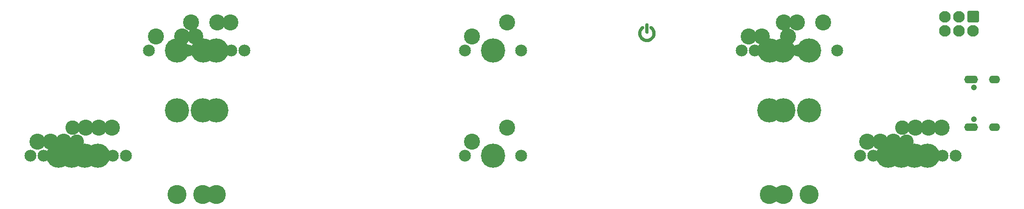
<source format=gbr>
G04 #@! TF.GenerationSoftware,KiCad,Pcbnew,(5.1.10)-1*
G04 #@! TF.CreationDate,2021-06-23T21:24:03+07:00*
G04 #@! TF.ProjectId,uso!VNC,75736f21-564e-4432-9e6b-696361645f70,rev?*
G04 #@! TF.SameCoordinates,Original*
G04 #@! TF.FileFunction,Soldermask,Top*
G04 #@! TF.FilePolarity,Negative*
%FSLAX45Y45*%
G04 Gerber Fmt 4.5, Leading zero omitted, Abs format (unit mm)*
G04 Created by KiCad (PCBNEW (5.1.10)-1) date 2021-06-23 21:24:03*
%MOMM*%
%LPD*%
G01*
G04 APERTURE LIST*
%ADD10C,0.010000*%
%ADD11C,2.900000*%
%ADD12C,4.387800*%
%ADD13C,2.150000*%
%ADD14C,2.100000*%
%ADD15C,3.448000*%
%ADD16O,2.000000X1.400000*%
%ADD17O,2.500000X1.400000*%
%ADD18C,1.050000*%
%ADD19C,2.600000*%
G04 APERTURE END LIST*
D10*
G36*
X25633889Y-18553244D02*
G01*
X25629698Y-18554390D01*
X25628572Y-18554846D01*
X25624259Y-18557308D01*
X25620409Y-18560597D01*
X25617220Y-18564494D01*
X25614890Y-18568783D01*
X25614222Y-18570626D01*
X25614049Y-18571209D01*
X25613894Y-18571820D01*
X25613757Y-18572522D01*
X25613636Y-18573379D01*
X25613530Y-18574454D01*
X25613439Y-18575813D01*
X25613360Y-18577518D01*
X25613295Y-18579633D01*
X25613240Y-18582224D01*
X25613195Y-18585352D01*
X25613160Y-18589083D01*
X25613133Y-18593480D01*
X25613114Y-18598606D01*
X25613100Y-18604527D01*
X25613092Y-18611306D01*
X25613088Y-18619006D01*
X25613087Y-18627693D01*
X25613088Y-18637428D01*
X25613089Y-18642062D01*
X25613096Y-18652937D01*
X25613112Y-18663007D01*
X25613138Y-18672238D01*
X25613172Y-18680599D01*
X25613215Y-18688057D01*
X25613266Y-18694580D01*
X25613325Y-18700135D01*
X25613392Y-18704689D01*
X25613466Y-18708210D01*
X25613547Y-18710667D01*
X25613636Y-18712025D01*
X25613668Y-18712232D01*
X25615035Y-18716310D01*
X25617253Y-18720137D01*
X25620063Y-18723540D01*
X25623186Y-18726546D01*
X25626233Y-18728712D01*
X25629547Y-18730260D01*
X25631301Y-18730840D01*
X25634581Y-18731486D01*
X25638359Y-18731725D01*
X25642171Y-18731560D01*
X25645551Y-18730997D01*
X25646629Y-18730679D01*
X25651344Y-18728465D01*
X25655507Y-18725348D01*
X25658991Y-18721480D01*
X25661668Y-18717018D01*
X25663409Y-18712117D01*
X25663857Y-18709783D01*
X25663946Y-18708573D01*
X25664027Y-18706314D01*
X25664101Y-18703098D01*
X25664168Y-18699015D01*
X25664227Y-18694157D01*
X25664278Y-18688615D01*
X25664322Y-18682481D01*
X25664359Y-18675847D01*
X25664388Y-18668803D01*
X25664409Y-18661441D01*
X25664423Y-18653853D01*
X25664430Y-18646130D01*
X25664429Y-18638364D01*
X25664421Y-18630645D01*
X25664406Y-18623066D01*
X25664383Y-18615718D01*
X25664353Y-18608691D01*
X25664315Y-18602079D01*
X25664270Y-18595971D01*
X25664217Y-18590460D01*
X25664157Y-18585637D01*
X25664090Y-18581593D01*
X25664015Y-18578420D01*
X25663933Y-18576210D01*
X25663848Y-18575077D01*
X25662553Y-18569930D01*
X25660282Y-18565233D01*
X25657149Y-18561105D01*
X25653269Y-18557665D01*
X25648759Y-18555029D01*
X25643732Y-18553316D01*
X25642334Y-18553033D01*
X25638267Y-18552770D01*
X25633889Y-18553244D01*
G37*
X25633889Y-18553244D02*
X25629698Y-18554390D01*
X25628572Y-18554846D01*
X25624259Y-18557308D01*
X25620409Y-18560597D01*
X25617220Y-18564494D01*
X25614890Y-18568783D01*
X25614222Y-18570626D01*
X25614049Y-18571209D01*
X25613894Y-18571820D01*
X25613757Y-18572522D01*
X25613636Y-18573379D01*
X25613530Y-18574454D01*
X25613439Y-18575813D01*
X25613360Y-18577518D01*
X25613295Y-18579633D01*
X25613240Y-18582224D01*
X25613195Y-18585352D01*
X25613160Y-18589083D01*
X25613133Y-18593480D01*
X25613114Y-18598606D01*
X25613100Y-18604527D01*
X25613092Y-18611306D01*
X25613088Y-18619006D01*
X25613087Y-18627693D01*
X25613088Y-18637428D01*
X25613089Y-18642062D01*
X25613096Y-18652937D01*
X25613112Y-18663007D01*
X25613138Y-18672238D01*
X25613172Y-18680599D01*
X25613215Y-18688057D01*
X25613266Y-18694580D01*
X25613325Y-18700135D01*
X25613392Y-18704689D01*
X25613466Y-18708210D01*
X25613547Y-18710667D01*
X25613636Y-18712025D01*
X25613668Y-18712232D01*
X25615035Y-18716310D01*
X25617253Y-18720137D01*
X25620063Y-18723540D01*
X25623186Y-18726546D01*
X25626233Y-18728712D01*
X25629547Y-18730260D01*
X25631301Y-18730840D01*
X25634581Y-18731486D01*
X25638359Y-18731725D01*
X25642171Y-18731560D01*
X25645551Y-18730997D01*
X25646629Y-18730679D01*
X25651344Y-18728465D01*
X25655507Y-18725348D01*
X25658991Y-18721480D01*
X25661668Y-18717018D01*
X25663409Y-18712117D01*
X25663857Y-18709783D01*
X25663946Y-18708573D01*
X25664027Y-18706314D01*
X25664101Y-18703098D01*
X25664168Y-18699015D01*
X25664227Y-18694157D01*
X25664278Y-18688615D01*
X25664322Y-18682481D01*
X25664359Y-18675847D01*
X25664388Y-18668803D01*
X25664409Y-18661441D01*
X25664423Y-18653853D01*
X25664430Y-18646130D01*
X25664429Y-18638364D01*
X25664421Y-18630645D01*
X25664406Y-18623066D01*
X25664383Y-18615718D01*
X25664353Y-18608691D01*
X25664315Y-18602079D01*
X25664270Y-18595971D01*
X25664217Y-18590460D01*
X25664157Y-18585637D01*
X25664090Y-18581593D01*
X25664015Y-18578420D01*
X25663933Y-18576210D01*
X25663848Y-18575077D01*
X25662553Y-18569930D01*
X25660282Y-18565233D01*
X25657149Y-18561105D01*
X25653269Y-18557665D01*
X25648759Y-18555029D01*
X25643732Y-18553316D01*
X25642334Y-18553033D01*
X25638267Y-18552770D01*
X25633889Y-18553244D01*
G36*
X25555794Y-18604850D02*
G01*
X25550977Y-18606574D01*
X25548468Y-18608001D01*
X25545356Y-18610158D01*
X25541797Y-18612920D01*
X25537942Y-18616161D01*
X25533948Y-18619757D01*
X25529966Y-18623581D01*
X25529427Y-18624119D01*
X25522433Y-18631519D01*
X25516300Y-18638889D01*
X25510816Y-18646519D01*
X25505773Y-18654703D01*
X25500958Y-18663733D01*
X25500917Y-18663816D01*
X25495606Y-18675728D01*
X25491359Y-18688001D01*
X25488183Y-18700561D01*
X25486086Y-18713338D01*
X25485076Y-18726258D01*
X25485159Y-18739250D01*
X25486344Y-18752241D01*
X25488638Y-18765158D01*
X25489867Y-18770286D01*
X25492997Y-18780622D01*
X25497063Y-18791133D01*
X25501941Y-18801570D01*
X25507506Y-18811687D01*
X25513634Y-18821236D01*
X25519249Y-18828792D01*
X25521940Y-18831972D01*
X25525276Y-18835619D01*
X25529011Y-18839489D01*
X25532899Y-18843334D01*
X25536693Y-18846910D01*
X25540149Y-18849969D01*
X25541726Y-18851271D01*
X25551003Y-18858089D01*
X25560995Y-18864337D01*
X25571498Y-18869919D01*
X25582309Y-18874737D01*
X25593222Y-18878694D01*
X25604036Y-18881694D01*
X25607081Y-18882362D01*
X25614858Y-18883725D01*
X25623121Y-18884741D01*
X25631515Y-18885386D01*
X25639687Y-18885636D01*
X25647284Y-18885466D01*
X25649652Y-18885310D01*
X25661680Y-18883904D01*
X25673427Y-18881568D01*
X25684859Y-18878358D01*
X25697321Y-18873791D01*
X25709194Y-18868270D01*
X25720439Y-18861840D01*
X25731020Y-18854545D01*
X25740898Y-18846431D01*
X25750036Y-18837543D01*
X25758395Y-18827925D01*
X25765937Y-18817623D01*
X25772626Y-18806683D01*
X25778422Y-18795148D01*
X25783289Y-18783065D01*
X25787188Y-18770478D01*
X25790081Y-18757432D01*
X25790959Y-18752021D01*
X25791418Y-18747878D01*
X25791743Y-18742887D01*
X25791934Y-18737333D01*
X25791989Y-18731502D01*
X25791909Y-18725679D01*
X25791695Y-18720150D01*
X25791346Y-18715200D01*
X25790968Y-18711845D01*
X25788577Y-18698673D01*
X25785124Y-18685859D01*
X25780633Y-18673458D01*
X25775126Y-18661527D01*
X25768626Y-18650121D01*
X25761159Y-18639295D01*
X25759842Y-18637578D01*
X25756684Y-18633736D01*
X25753059Y-18629691D01*
X25749111Y-18625579D01*
X25744986Y-18621532D01*
X25740829Y-18617683D01*
X25736785Y-18614168D01*
X25732998Y-18611119D01*
X25729615Y-18608669D01*
X25726778Y-18606952D01*
X25726376Y-18606750D01*
X25721411Y-18604954D01*
X25716261Y-18604215D01*
X25711100Y-18604518D01*
X25706102Y-18605844D01*
X25701442Y-18608176D01*
X25699695Y-18609399D01*
X25697242Y-18611716D01*
X25694832Y-18614749D01*
X25692744Y-18618100D01*
X25691257Y-18621369D01*
X25691179Y-18621596D01*
X25690150Y-18626343D01*
X25690066Y-18631379D01*
X25690886Y-18636413D01*
X25692572Y-18641154D01*
X25694220Y-18644105D01*
X25695521Y-18645735D01*
X25697412Y-18647697D01*
X25699558Y-18649652D01*
X25700370Y-18650323D01*
X25703618Y-18653084D01*
X25707215Y-18656417D01*
X25710941Y-18660096D01*
X25714579Y-18663895D01*
X25717911Y-18667589D01*
X25720718Y-18670953D01*
X25722239Y-18672967D01*
X25727053Y-18680531D01*
X25731339Y-18688851D01*
X25734960Y-18697609D01*
X25737781Y-18706490D01*
X25739214Y-18712637D01*
X25739983Y-18717636D01*
X25740520Y-18723364D01*
X25740811Y-18729429D01*
X25740838Y-18735438D01*
X25740589Y-18741000D01*
X25740384Y-18743239D01*
X25738667Y-18753717D01*
X25735865Y-18763913D01*
X25732013Y-18773756D01*
X25727149Y-18783170D01*
X25721307Y-18792083D01*
X25714526Y-18800421D01*
X25709262Y-18805853D01*
X25701445Y-18812598D01*
X25692866Y-18818580D01*
X25683675Y-18823723D01*
X25674023Y-18827951D01*
X25664059Y-18831189D01*
X25655313Y-18833131D01*
X25651873Y-18833583D01*
X25647637Y-18833913D01*
X25642905Y-18834118D01*
X25637975Y-18834195D01*
X25633146Y-18834142D01*
X25628719Y-18833955D01*
X25624992Y-18833631D01*
X25623634Y-18833442D01*
X25612949Y-18831151D01*
X25602683Y-18827841D01*
X25592900Y-18823556D01*
X25583668Y-18818340D01*
X25575051Y-18812237D01*
X25567116Y-18805288D01*
X25559929Y-18797539D01*
X25553555Y-18789033D01*
X25551413Y-18785697D01*
X25549443Y-18782254D01*
X25547313Y-18778132D01*
X25545205Y-18773716D01*
X25543300Y-18769389D01*
X25541779Y-18765534D01*
X25541451Y-18764606D01*
X25538607Y-18754530D01*
X25536844Y-18744227D01*
X25536151Y-18733801D01*
X25536518Y-18723360D01*
X25537933Y-18713008D01*
X25540386Y-18702851D01*
X25543867Y-18692996D01*
X25548363Y-18683548D01*
X25550003Y-18680648D01*
X25554593Y-18673462D01*
X25559568Y-18666924D01*
X25565147Y-18660781D01*
X25571550Y-18654777D01*
X25574154Y-18652555D01*
X25576651Y-18650400D01*
X25578996Y-18648247D01*
X25580964Y-18646312D01*
X25582326Y-18644813D01*
X25582559Y-18644514D01*
X25584828Y-18640558D01*
X25586381Y-18636021D01*
X25587150Y-18631238D01*
X25587069Y-18626545D01*
X25586593Y-18623938D01*
X25584764Y-18618878D01*
X25582107Y-18614459D01*
X25578748Y-18610744D01*
X25574811Y-18607792D01*
X25570422Y-18605666D01*
X25565706Y-18604427D01*
X25560788Y-18604134D01*
X25555794Y-18604850D01*
G37*
X25555794Y-18604850D02*
X25550977Y-18606574D01*
X25548468Y-18608001D01*
X25545356Y-18610158D01*
X25541797Y-18612920D01*
X25537942Y-18616161D01*
X25533948Y-18619757D01*
X25529966Y-18623581D01*
X25529427Y-18624119D01*
X25522433Y-18631519D01*
X25516300Y-18638889D01*
X25510816Y-18646519D01*
X25505773Y-18654703D01*
X25500958Y-18663733D01*
X25500917Y-18663816D01*
X25495606Y-18675728D01*
X25491359Y-18688001D01*
X25488183Y-18700561D01*
X25486086Y-18713338D01*
X25485076Y-18726258D01*
X25485159Y-18739250D01*
X25486344Y-18752241D01*
X25488638Y-18765158D01*
X25489867Y-18770286D01*
X25492997Y-18780622D01*
X25497063Y-18791133D01*
X25501941Y-18801570D01*
X25507506Y-18811687D01*
X25513634Y-18821236D01*
X25519249Y-18828792D01*
X25521940Y-18831972D01*
X25525276Y-18835619D01*
X25529011Y-18839489D01*
X25532899Y-18843334D01*
X25536693Y-18846910D01*
X25540149Y-18849969D01*
X25541726Y-18851271D01*
X25551003Y-18858089D01*
X25560995Y-18864337D01*
X25571498Y-18869919D01*
X25582309Y-18874737D01*
X25593222Y-18878694D01*
X25604036Y-18881694D01*
X25607081Y-18882362D01*
X25614858Y-18883725D01*
X25623121Y-18884741D01*
X25631515Y-18885386D01*
X25639687Y-18885636D01*
X25647284Y-18885466D01*
X25649652Y-18885310D01*
X25661680Y-18883904D01*
X25673427Y-18881568D01*
X25684859Y-18878358D01*
X25697321Y-18873791D01*
X25709194Y-18868270D01*
X25720439Y-18861840D01*
X25731020Y-18854545D01*
X25740898Y-18846431D01*
X25750036Y-18837543D01*
X25758395Y-18827925D01*
X25765937Y-18817623D01*
X25772626Y-18806683D01*
X25778422Y-18795148D01*
X25783289Y-18783065D01*
X25787188Y-18770478D01*
X25790081Y-18757432D01*
X25790959Y-18752021D01*
X25791418Y-18747878D01*
X25791743Y-18742887D01*
X25791934Y-18737333D01*
X25791989Y-18731502D01*
X25791909Y-18725679D01*
X25791695Y-18720150D01*
X25791346Y-18715200D01*
X25790968Y-18711845D01*
X25788577Y-18698673D01*
X25785124Y-18685859D01*
X25780633Y-18673458D01*
X25775126Y-18661527D01*
X25768626Y-18650121D01*
X25761159Y-18639295D01*
X25759842Y-18637578D01*
X25756684Y-18633736D01*
X25753059Y-18629691D01*
X25749111Y-18625579D01*
X25744986Y-18621532D01*
X25740829Y-18617683D01*
X25736785Y-18614168D01*
X25732998Y-18611119D01*
X25729615Y-18608669D01*
X25726778Y-18606952D01*
X25726376Y-18606750D01*
X25721411Y-18604954D01*
X25716261Y-18604215D01*
X25711100Y-18604518D01*
X25706102Y-18605844D01*
X25701442Y-18608176D01*
X25699695Y-18609399D01*
X25697242Y-18611716D01*
X25694832Y-18614749D01*
X25692744Y-18618100D01*
X25691257Y-18621369D01*
X25691179Y-18621596D01*
X25690150Y-18626343D01*
X25690066Y-18631379D01*
X25690886Y-18636413D01*
X25692572Y-18641154D01*
X25694220Y-18644105D01*
X25695521Y-18645735D01*
X25697412Y-18647697D01*
X25699558Y-18649652D01*
X25700370Y-18650323D01*
X25703618Y-18653084D01*
X25707215Y-18656417D01*
X25710941Y-18660096D01*
X25714579Y-18663895D01*
X25717911Y-18667589D01*
X25720718Y-18670953D01*
X25722239Y-18672967D01*
X25727053Y-18680531D01*
X25731339Y-18688851D01*
X25734960Y-18697609D01*
X25737781Y-18706490D01*
X25739214Y-18712637D01*
X25739983Y-18717636D01*
X25740520Y-18723364D01*
X25740811Y-18729429D01*
X25740838Y-18735438D01*
X25740589Y-18741000D01*
X25740384Y-18743239D01*
X25738667Y-18753717D01*
X25735865Y-18763913D01*
X25732013Y-18773756D01*
X25727149Y-18783170D01*
X25721307Y-18792083D01*
X25714526Y-18800421D01*
X25709262Y-18805853D01*
X25701445Y-18812598D01*
X25692866Y-18818580D01*
X25683675Y-18823723D01*
X25674023Y-18827951D01*
X25664059Y-18831189D01*
X25655313Y-18833131D01*
X25651873Y-18833583D01*
X25647637Y-18833913D01*
X25642905Y-18834118D01*
X25637975Y-18834195D01*
X25633146Y-18834142D01*
X25628719Y-18833955D01*
X25624992Y-18833631D01*
X25623634Y-18833442D01*
X25612949Y-18831151D01*
X25602683Y-18827841D01*
X25592900Y-18823556D01*
X25583668Y-18818340D01*
X25575051Y-18812237D01*
X25567116Y-18805288D01*
X25559929Y-18797539D01*
X25553555Y-18789033D01*
X25551413Y-18785697D01*
X25549443Y-18782254D01*
X25547313Y-18778132D01*
X25545205Y-18773716D01*
X25543300Y-18769389D01*
X25541779Y-18765534D01*
X25541451Y-18764606D01*
X25538607Y-18754530D01*
X25536844Y-18744227D01*
X25536151Y-18733801D01*
X25536518Y-18723360D01*
X25537933Y-18713008D01*
X25540386Y-18702851D01*
X25543867Y-18692996D01*
X25548363Y-18683548D01*
X25550003Y-18680648D01*
X25554593Y-18673462D01*
X25559568Y-18666924D01*
X25565147Y-18660781D01*
X25571550Y-18654777D01*
X25574154Y-18652555D01*
X25576651Y-18650400D01*
X25578996Y-18648247D01*
X25580964Y-18646312D01*
X25582326Y-18644813D01*
X25582559Y-18644514D01*
X25584828Y-18640558D01*
X25586381Y-18636021D01*
X25587150Y-18631238D01*
X25587069Y-18626545D01*
X25586593Y-18623938D01*
X25584764Y-18618878D01*
X25582107Y-18614459D01*
X25578748Y-18610744D01*
X25574811Y-18607792D01*
X25570422Y-18605666D01*
X25565706Y-18604427D01*
X25560788Y-18604134D01*
X25555794Y-18604850D01*
D11*
X30734128Y-20447088D03*
D12*
X30480128Y-20955088D03*
D11*
X30099128Y-20701088D03*
D13*
X29972128Y-20955088D03*
X30988128Y-20955088D03*
D11*
X15494064Y-20447088D03*
D12*
X15240064Y-20955088D03*
D11*
X14859064Y-20701088D03*
D13*
X14732064Y-20955088D03*
X15748064Y-20955088D03*
G36*
G01*
X31627482Y-18538288D02*
X31457482Y-18538288D01*
G75*
G02*
X31437482Y-18518288I0J20000D01*
G01*
X31437482Y-18348288D01*
G75*
G02*
X31457482Y-18328288I20000J0D01*
G01*
X31627482Y-18328288D01*
G75*
G02*
X31647482Y-18348288I0J-20000D01*
G01*
X31647482Y-18518288D01*
G75*
G02*
X31627482Y-18538288I-20000J0D01*
G01*
G37*
D14*
X31542482Y-18687288D03*
X31288482Y-18433288D03*
X31288482Y-18687288D03*
X31034482Y-18433288D03*
X31034482Y-18687288D03*
D11*
X23114000Y-18542000D03*
D12*
X22860000Y-19050000D03*
D11*
X22479000Y-18796000D03*
D13*
X22352000Y-19050000D03*
X23368000Y-19050000D03*
D11*
X23114000Y-20447000D03*
D12*
X22860000Y-20955000D03*
D11*
X22479000Y-20701000D03*
D13*
X22352000Y-20955000D03*
X23368000Y-20955000D03*
D15*
X17610010Y-21653500D03*
X28109990Y-21653500D03*
D12*
X17610010Y-20129500D03*
X28109990Y-20129500D03*
D16*
X31925000Y-20434500D03*
X31925000Y-19570500D03*
D17*
X31507000Y-20434500D03*
X31507000Y-19570500D03*
D18*
X31560000Y-19713500D03*
X31560000Y-20291500D03*
D11*
X30495875Y-20447000D03*
D12*
X30241875Y-20955000D03*
D11*
X29860875Y-20701000D03*
D13*
X29733875Y-20955000D03*
X30749875Y-20955000D03*
D11*
X28352750Y-18542000D03*
D12*
X28098750Y-19050000D03*
D11*
X27717750Y-18796000D03*
D13*
X27590750Y-19050000D03*
X28606750Y-19050000D03*
X15986125Y-20955000D03*
X14970125Y-20955000D03*
D11*
X15097125Y-20701000D03*
D12*
X15478125Y-20955000D03*
D11*
X15732125Y-20447000D03*
X17875250Y-18542000D03*
D12*
X17621250Y-19050000D03*
D11*
X17240250Y-18796000D03*
D13*
X17113250Y-19050000D03*
X18129250Y-19050000D03*
D11*
X30972125Y-20447000D03*
D12*
X30718125Y-20955000D03*
D19*
X30337125Y-20701000D03*
D13*
X30210125Y-20955000D03*
X31226125Y-20955000D03*
D11*
X28829000Y-18542000D03*
D12*
X28575000Y-19050000D03*
D11*
X28194000Y-18796000D03*
D13*
X28067000Y-19050000D03*
X29083000Y-19050000D03*
D11*
X23114000Y-20447000D03*
D12*
X22860000Y-20955000D03*
D11*
X22479000Y-20701000D03*
D13*
X22352000Y-20955000D03*
X23368000Y-20955000D03*
D15*
X17145000Y-21653500D03*
X28575000Y-21653500D03*
D12*
X17145000Y-20129500D03*
X28575000Y-20129500D03*
D19*
X15255875Y-20447000D03*
D12*
X15001875Y-20955000D03*
D11*
X14620875Y-20701000D03*
D13*
X14493875Y-20955000D03*
X15509875Y-20955000D03*
D11*
X17399000Y-18542000D03*
D12*
X17145000Y-19050000D03*
D11*
X16764000Y-18796000D03*
D13*
X16637000Y-19050000D03*
X17653000Y-19050000D03*
D19*
X30257750Y-20447000D03*
D12*
X30003750Y-20955000D03*
D11*
X29622750Y-20701000D03*
D13*
X29495750Y-20955000D03*
X30511750Y-20955000D03*
D11*
X28114625Y-18542000D03*
D12*
X27860625Y-19050000D03*
D11*
X27479625Y-18796000D03*
D13*
X27352625Y-19050000D03*
X28368625Y-19050000D03*
D11*
X23114000Y-20447000D03*
D12*
X22860000Y-20955000D03*
D11*
X22479000Y-20701000D03*
D13*
X22352000Y-20955000D03*
X23368000Y-20955000D03*
D15*
X17860010Y-21653500D03*
X27859990Y-21653500D03*
D12*
X17860010Y-20129500D03*
X27859990Y-20129500D03*
D11*
X15970250Y-20447000D03*
D12*
X15716250Y-20955000D03*
D19*
X15335250Y-20701000D03*
D13*
X15208250Y-20955000D03*
X16224250Y-20955000D03*
D11*
X18113375Y-18542000D03*
D12*
X17859375Y-19050000D03*
D11*
X17478375Y-18796000D03*
D13*
X17351375Y-19050000D03*
X18367375Y-19050000D03*
M02*

</source>
